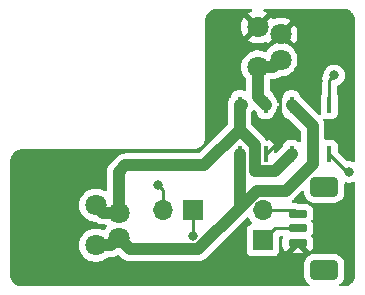
<source format=gbr>
%TF.GenerationSoftware,KiCad,Pcbnew,7.0.6*%
%TF.CreationDate,2024-04-06T17:48:28-04:00*%
%TF.ProjectId,rearbox_peripheral_io_side,72656172-626f-4785-9f70-657269706865,rev?*%
%TF.SameCoordinates,Original*%
%TF.FileFunction,Copper,L1,Top*%
%TF.FilePolarity,Positive*%
%FSLAX46Y46*%
G04 Gerber Fmt 4.6, Leading zero omitted, Abs format (unit mm)*
G04 Created by KiCad (PCBNEW 7.0.6) date 2024-04-06 17:48:28*
%MOMM*%
%LPD*%
G01*
G04 APERTURE LIST*
G04 Aperture macros list*
%AMRoundRect*
0 Rectangle with rounded corners*
0 $1 Rounding radius*
0 $2 $3 $4 $5 $6 $7 $8 $9 X,Y pos of 4 corners*
0 Add a 4 corners polygon primitive as box body*
4,1,4,$2,$3,$4,$5,$6,$7,$8,$9,$2,$3,0*
0 Add four circle primitives for the rounded corners*
1,1,$1+$1,$2,$3*
1,1,$1+$1,$4,$5*
1,1,$1+$1,$6,$7*
1,1,$1+$1,$8,$9*
0 Add four rect primitives between the rounded corners*
20,1,$1+$1,$2,$3,$4,$5,0*
20,1,$1+$1,$4,$5,$6,$7,0*
20,1,$1+$1,$6,$7,$8,$9,0*
20,1,$1+$1,$8,$9,$2,$3,0*%
G04 Aperture macros list end*
%TA.AperFunction,ComponentPad*%
%ADD10R,1.700000X1.700000*%
%TD*%
%TA.AperFunction,ComponentPad*%
%ADD11O,1.700000X1.700000*%
%TD*%
%TA.AperFunction,ComponentPad*%
%ADD12C,1.800000*%
%TD*%
%TA.AperFunction,SMDPad,CuDef*%
%ADD13R,0.406400X1.397000*%
%TD*%
%TA.AperFunction,SMDPad,CuDef*%
%ADD14RoundRect,0.425000X-0.775000X0.425000X-0.775000X-0.425000X0.775000X-0.425000X0.775000X0.425000X0*%
%TD*%
%TA.AperFunction,SMDPad,CuDef*%
%ADD15RoundRect,0.150000X-0.650000X0.150000X-0.650000X-0.150000X0.650000X-0.150000X0.650000X0.150000X0*%
%TD*%
%TA.AperFunction,ViaPad*%
%ADD16C,0.800000*%
%TD*%
%TA.AperFunction,Conductor*%
%ADD17C,0.250000*%
%TD*%
%TA.AperFunction,Conductor*%
%ADD18C,1.000000*%
%TD*%
G04 APERTURE END LIST*
D10*
%TO.P,J6,1,Pin_1*%
%TO.N,Net-(J6-Pin_1)*%
X98404600Y-80213200D03*
D11*
%TO.P,J6,2,Pin_2*%
%TO.N,Net-(J6-Pin_2)*%
X95864600Y-80213200D03*
%TD*%
D12*
%TO.P,J3,1,Pin_1*%
%TO.N,M+*%
X90195601Y-83231274D03*
%TO.P,J3,2,Pin_2*%
X92145600Y-82606180D03*
%TO.P,J3,3,Pin_3*%
%TO.N,M-*%
X90195601Y-79831230D03*
%TO.P,J3,4,Pin_4*%
X92145600Y-80456253D03*
%TD*%
D10*
%TO.P,J4,1,Pin_1*%
%TO.N,D2*%
X104343200Y-82804000D03*
D11*
%TO.P,J4,2,Pin_2*%
%TO.N,D1*%
X104343200Y-80264000D03*
%TD*%
D13*
%TO.P,K1,1,1*%
%TO.N,Net-(J6-Pin_2)*%
X109975800Y-71319300D03*
%TO.P,K1,2,2*%
%TO.N,M+*%
X106775801Y-71319300D03*
%TO.P,K1,3,3*%
%TO.N,12v*%
X104575800Y-71319300D03*
%TO.P,K1,4,4*%
%TO.N,M-*%
X102375802Y-71319300D03*
%TO.P,K1,5,5*%
%TO.N,M+*%
X102375802Y-75510300D03*
%TO.P,K1,6,6*%
%TO.N,GND*%
X104575800Y-75510300D03*
%TO.P,K1,7,7*%
%TO.N,M-*%
X106775801Y-75510300D03*
%TO.P,K1,8,8*%
%TO.N,Net-(J6-Pin_1)*%
X109975800Y-75510300D03*
%TD*%
D14*
%TO.P,J1,*%
%TO.N,*%
X109554300Y-78299700D03*
X109554300Y-85299700D03*
D15*
%TO.P,J1,1,Pin_1*%
%TO.N,GND*%
X107304300Y-83049700D03*
%TO.P,J1,2,Pin_2*%
%TO.N,D2*%
X107304300Y-81799700D03*
%TO.P,J1,3,Pin_3*%
%TO.N,D1*%
X107304300Y-80549700D03*
%TD*%
D12*
%TO.P,J2,1,Pin_1*%
%TO.N,12v*%
X103925601Y-68126132D03*
%TO.P,J2,2,Pin_2*%
X105875600Y-67501038D03*
%TO.P,J2,3,Pin_3*%
%TO.N,GND*%
X103925601Y-64726088D03*
%TO.P,J2,4,Pin_4*%
X105875600Y-65351111D03*
%TD*%
D16*
%TO.N,GND*%
X105765600Y-70053200D03*
X85496400Y-80619600D03*
X100685600Y-86106000D03*
X109321600Y-65836800D03*
X85394800Y-78536800D03*
X109016800Y-69342000D03*
X94945200Y-86106000D03*
%TO.N,Net-(J6-Pin_1)*%
X98399600Y-82448400D03*
X111658400Y-77012800D03*
%TO.N,Net-(J6-Pin_2)*%
X95453200Y-78130400D03*
X110388400Y-68834000D03*
%TD*%
D17*
%TO.N,GND*%
X105765600Y-74320500D02*
X105765600Y-70053200D01*
X104575800Y-75510300D02*
X105765600Y-74320500D01*
D18*
%TO.N,M-*%
X105377301Y-76908800D02*
X106775801Y-75510300D01*
X103672600Y-74739796D02*
X103672600Y-76908800D01*
X103672600Y-76908800D02*
X105377301Y-76908800D01*
X102375802Y-73442998D02*
X103672600Y-74739796D01*
%TO.N,M+*%
X106273600Y-78587600D02*
X108559600Y-76301600D01*
X103827568Y-78587600D02*
X106273600Y-78587600D01*
X108559600Y-73103099D02*
X106775801Y-71319300D01*
X102375802Y-80039366D02*
X103827568Y-78587600D01*
X108559600Y-76301600D02*
X108559600Y-73103099D01*
X102375802Y-80046998D02*
X102375802Y-80039366D01*
%TO.N,12v*%
X105250506Y-68126132D02*
X105875600Y-67501038D01*
X103925601Y-68126132D02*
X103925601Y-70669101D01*
X103925601Y-70669101D02*
X104575800Y-71319300D01*
X103925601Y-68126132D02*
X105250506Y-68126132D01*
%TO.N,M+*%
X93087820Y-83548400D02*
X98874400Y-83548400D01*
X98874400Y-83548400D02*
X102375802Y-80046998D01*
X92145600Y-82606180D02*
X93087820Y-83548400D01*
X102375802Y-80046998D02*
X102375802Y-75510300D01*
X90195601Y-83231274D02*
X91520506Y-83231274D01*
X91520506Y-83231274D02*
X92145600Y-82606180D01*
%TO.N,M-*%
X92715398Y-76454000D02*
X99364800Y-76454000D01*
X102375802Y-71319300D02*
X102584801Y-71319300D01*
X92145600Y-77023798D02*
X92715398Y-76454000D01*
X92145600Y-80456253D02*
X92145600Y-77023798D01*
X90820624Y-80456253D02*
X90195601Y-79831230D01*
X102375802Y-73442998D02*
X102375802Y-71319300D01*
X99364800Y-76454000D02*
X102375802Y-73442998D01*
X92145600Y-80456253D02*
X90820624Y-80456253D01*
D17*
%TO.N,D2*%
X105347500Y-81799700D02*
X107304300Y-81799700D01*
X104343200Y-82804000D02*
X105347500Y-81799700D01*
%TO.N,D1*%
X104343200Y-80264000D02*
X107018600Y-80264000D01*
X107018600Y-80264000D02*
X107304300Y-80549700D01*
%TO.N,Net-(J6-Pin_1)*%
X98399600Y-82448400D02*
X98399600Y-80218200D01*
X98399600Y-80218200D02*
X98404600Y-80213200D01*
X111658400Y-77012800D02*
X111478300Y-77012800D01*
X111478300Y-77012800D02*
X109975800Y-75510300D01*
%TO.N,Net-(J6-Pin_2)*%
X95864600Y-78541800D02*
X95453200Y-78130400D01*
X109975800Y-69246600D02*
X109975800Y-71319300D01*
X110388400Y-68834000D02*
X109975800Y-69246600D01*
X95864600Y-80213200D02*
X95864600Y-78541800D01*
%TD*%
%TA.AperFunction,Conductor*%
%TO.N,GND*%
G36*
X103395736Y-63215385D02*
G01*
X103441491Y-63268189D01*
X103451435Y-63337347D01*
X103422410Y-63400903D01*
X103368959Y-63436981D01*
X103361310Y-63439606D01*
X103361299Y-63439611D01*
X103157245Y-63550040D01*
X103126801Y-63573734D01*
X103126801Y-63573735D01*
X103716380Y-64163314D01*
X103623013Y-64201989D01*
X103497676Y-64298163D01*
X103401502Y-64423499D01*
X103362827Y-64516867D01*
X102774413Y-63928453D01*
X102690117Y-64057479D01*
X102690115Y-64057483D01*
X102596918Y-64269952D01*
X102539962Y-64494869D01*
X102520802Y-64726082D01*
X102520802Y-64726093D01*
X102539962Y-64957306D01*
X102596918Y-65182223D01*
X102690117Y-65394697D01*
X102774412Y-65523721D01*
X103362827Y-64935307D01*
X103401502Y-65028676D01*
X103497676Y-65154013D01*
X103623013Y-65250187D01*
X103716380Y-65288860D01*
X103126800Y-65878439D01*
X103157251Y-65902138D01*
X103361298Y-66012564D01*
X103361307Y-66012567D01*
X103580740Y-66087899D01*
X103809594Y-66126088D01*
X104041608Y-66126088D01*
X104270461Y-66087899D01*
X104489896Y-66012567D01*
X104497027Y-66008708D01*
X104565355Y-65994110D01*
X104630728Y-66018769D01*
X104659859Y-66049939D01*
X104724411Y-66148744D01*
X105312826Y-65560330D01*
X105351501Y-65653699D01*
X105447675Y-65779036D01*
X105573012Y-65875210D01*
X105666379Y-65913883D01*
X105415233Y-66165029D01*
X105367817Y-66194629D01*
X105311098Y-66214101D01*
X105311095Y-66214102D01*
X105106971Y-66324569D01*
X105106965Y-66324573D01*
X104923822Y-66467119D01*
X104923819Y-66467122D01*
X104766618Y-66637888D01*
X104659658Y-66801604D01*
X104606511Y-66846960D01*
X104537280Y-66856384D01*
X104496831Y-66842837D01*
X104492971Y-66840747D01*
X104490103Y-66839195D01*
X104490096Y-66839193D01*
X104270585Y-66763834D01*
X104098883Y-66735182D01*
X104041650Y-66725632D01*
X103809552Y-66725632D01*
X103763765Y-66733272D01*
X103580616Y-66763834D01*
X103361105Y-66839193D01*
X103361096Y-66839196D01*
X103156972Y-66949663D01*
X103156966Y-66949667D01*
X102973823Y-67092213D01*
X102973820Y-67092216D01*
X102816617Y-67262984D01*
X102689676Y-67457283D01*
X102596443Y-67669831D01*
X102539467Y-67894823D01*
X102539465Y-67894834D01*
X102520300Y-68126125D01*
X102520300Y-68126138D01*
X102539465Y-68357429D01*
X102539467Y-68357440D01*
X102596443Y-68582432D01*
X102689676Y-68794980D01*
X102816617Y-68989279D01*
X102816620Y-68989283D01*
X102816622Y-68989285D01*
X102892332Y-69071528D01*
X102923253Y-69134181D01*
X102925101Y-69155509D01*
X102925101Y-70037113D01*
X102905416Y-70104152D01*
X102852612Y-70149907D01*
X102783454Y-70159851D01*
X102757769Y-70153295D01*
X102686490Y-70126710D01*
X102686486Y-70126709D01*
X102686485Y-70126709D01*
X102626875Y-70120300D01*
X102626865Y-70120300D01*
X102124731Y-70120300D01*
X102124725Y-70120301D01*
X102065118Y-70126708D01*
X101930273Y-70177002D01*
X101930266Y-70177006D01*
X101815057Y-70263252D01*
X101815054Y-70263255D01*
X101728808Y-70378464D01*
X101728804Y-70378471D01*
X101678510Y-70513316D01*
X101673236Y-70562372D01*
X101648003Y-70625017D01*
X101637050Y-70639167D01*
X101624433Y-70653132D01*
X101612751Y-70664238D01*
X101612750Y-70664239D01*
X101570017Y-70725635D01*
X101568158Y-70728165D01*
X101522352Y-70787343D01*
X101515254Y-70801813D01*
X101505709Y-70818028D01*
X101496508Y-70831248D01*
X101496507Y-70831249D01*
X101467001Y-70900004D01*
X101465690Y-70902856D01*
X101432741Y-70970029D01*
X101432740Y-70970033D01*
X101428703Y-70985624D01*
X101422617Y-71003429D01*
X101416263Y-71018237D01*
X101401201Y-71091525D01*
X101400491Y-71094585D01*
X101381738Y-71167016D01*
X101380921Y-71183111D01*
X101378545Y-71201774D01*
X101375301Y-71217560D01*
X101375302Y-71292370D01*
X101375222Y-71295510D01*
X101371433Y-71370235D01*
X101371433Y-71370236D01*
X101373872Y-71386157D01*
X101375302Y-71404933D01*
X101375302Y-72977215D01*
X101355617Y-73044254D01*
X101338983Y-73064896D01*
X98986699Y-75417181D01*
X98925376Y-75450666D01*
X98899018Y-75453500D01*
X92728097Y-75453500D01*
X92639037Y-75451242D01*
X92639033Y-75451242D01*
X92587221Y-75460529D01*
X92578652Y-75462064D01*
X92573993Y-75462718D01*
X92512962Y-75468925D01*
X92512960Y-75468926D01*
X92480178Y-75479210D01*
X92472554Y-75481081D01*
X92464706Y-75482488D01*
X92438747Y-75487141D01*
X92381779Y-75509895D01*
X92377343Y-75511474D01*
X92318812Y-75529840D01*
X92318808Y-75529842D01*
X92288776Y-75546510D01*
X92281682Y-75549879D01*
X92249780Y-75562623D01*
X92249775Y-75562625D01*
X92198554Y-75596381D01*
X92194526Y-75598822D01*
X92140899Y-75628588D01*
X92114832Y-75650965D01*
X92108563Y-75655692D01*
X92079882Y-75674595D01*
X92079876Y-75674600D01*
X92036508Y-75717967D01*
X92033054Y-75721168D01*
X91986500Y-75761136D01*
X91965474Y-75788298D01*
X91960283Y-75794192D01*
X91447131Y-76307345D01*
X91382546Y-76368740D01*
X91347499Y-76419092D01*
X91344662Y-76422854D01*
X91305902Y-76470390D01*
X91305899Y-76470395D01*
X91289992Y-76500845D01*
X91285924Y-76507559D01*
X91266302Y-76535752D01*
X91242109Y-76592128D01*
X91240088Y-76596382D01*
X91211691Y-76650749D01*
X91211690Y-76650750D01*
X91202240Y-76683773D01*
X91199607Y-76691169D01*
X91186059Y-76722741D01*
X91173713Y-76782817D01*
X91172590Y-76787393D01*
X91155713Y-76846375D01*
X91155713Y-76846377D01*
X91153103Y-76880639D01*
X91152014Y-76888406D01*
X91148734Y-76904373D01*
X91145100Y-76922056D01*
X91145100Y-76983395D01*
X91144921Y-76988104D01*
X91140262Y-77049272D01*
X91142307Y-77065325D01*
X91144603Y-77083358D01*
X91145100Y-77091186D01*
X91145100Y-78544544D01*
X91125415Y-78611583D01*
X91072611Y-78657338D01*
X91003453Y-78667282D01*
X90962083Y-78653599D01*
X90760110Y-78544297D01*
X90760107Y-78544296D01*
X90760104Y-78544294D01*
X90760098Y-78544292D01*
X90760096Y-78544291D01*
X90540585Y-78468932D01*
X90368882Y-78440280D01*
X90311650Y-78430730D01*
X90079552Y-78430730D01*
X90033765Y-78438370D01*
X89850616Y-78468932D01*
X89631105Y-78544291D01*
X89631096Y-78544294D01*
X89426972Y-78654761D01*
X89426966Y-78654765D01*
X89243823Y-78797311D01*
X89243820Y-78797314D01*
X89243817Y-78797316D01*
X89243817Y-78797317D01*
X89184868Y-78861351D01*
X89086617Y-78968082D01*
X88959676Y-79162381D01*
X88866443Y-79374929D01*
X88809467Y-79599921D01*
X88809465Y-79599932D01*
X88790300Y-79831223D01*
X88790300Y-79831236D01*
X88809465Y-80062527D01*
X88809467Y-80062538D01*
X88866443Y-80287530D01*
X88959676Y-80500078D01*
X89086617Y-80694377D01*
X89086620Y-80694381D01*
X89086622Y-80694383D01*
X89243817Y-80865143D01*
X89243820Y-80865145D01*
X89243823Y-80865148D01*
X89426966Y-81007694D01*
X89426972Y-81007698D01*
X89426975Y-81007700D01*
X89631098Y-81118166D01*
X89681302Y-81135401D01*
X89850616Y-81193527D01*
X89850618Y-81193527D01*
X89850620Y-81193528D01*
X90079552Y-81231730D01*
X90144311Y-81231730D01*
X90211350Y-81251415D01*
X90222665Y-81259623D01*
X90267217Y-81295951D01*
X90297669Y-81311857D01*
X90304380Y-81315924D01*
X90309373Y-81319399D01*
X90332575Y-81335548D01*
X90388953Y-81359742D01*
X90393202Y-81361760D01*
X90447575Y-81390162D01*
X90475113Y-81398041D01*
X90480598Y-81399611D01*
X90487992Y-81402243D01*
X90519566Y-81415793D01*
X90519569Y-81415793D01*
X90519570Y-81415794D01*
X90579646Y-81428140D01*
X90584224Y-81429263D01*
X90598125Y-81433240D01*
X90643206Y-81446140D01*
X90677463Y-81448748D01*
X90685238Y-81449839D01*
X90718879Y-81456753D01*
X90718883Y-81456753D01*
X90780222Y-81456753D01*
X90784928Y-81456931D01*
X90819686Y-81459578D01*
X90846099Y-81461590D01*
X90846099Y-81461589D01*
X90846100Y-81461590D01*
X90880183Y-81457249D01*
X90888013Y-81456753D01*
X91017463Y-81456753D01*
X91084502Y-81476438D01*
X91130257Y-81529242D01*
X91140201Y-81598400D01*
X91111176Y-81661956D01*
X91108693Y-81664735D01*
X91036621Y-81743027D01*
X90929658Y-81906746D01*
X90876511Y-81952102D01*
X90807280Y-81961526D01*
X90766831Y-81947979D01*
X90762971Y-81945889D01*
X90760103Y-81944337D01*
X90760096Y-81944335D01*
X90540585Y-81868976D01*
X90368882Y-81840324D01*
X90311650Y-81830774D01*
X90079552Y-81830774D01*
X90033765Y-81838414D01*
X89850616Y-81868976D01*
X89631105Y-81944335D01*
X89631096Y-81944338D01*
X89426972Y-82054805D01*
X89426966Y-82054809D01*
X89243823Y-82197355D01*
X89243820Y-82197358D01*
X89243817Y-82197360D01*
X89243817Y-82197361D01*
X89232094Y-82210096D01*
X89086617Y-82368126D01*
X88959676Y-82562425D01*
X88866443Y-82774973D01*
X88809467Y-82999965D01*
X88809465Y-82999976D01*
X88790300Y-83231267D01*
X88790300Y-83231280D01*
X88809465Y-83462571D01*
X88809467Y-83462582D01*
X88866443Y-83687574D01*
X88959676Y-83900122D01*
X89086617Y-84094421D01*
X89086620Y-84094425D01*
X89086622Y-84094427D01*
X89243817Y-84265187D01*
X89243820Y-84265189D01*
X89243823Y-84265192D01*
X89426966Y-84407738D01*
X89426972Y-84407742D01*
X89426975Y-84407744D01*
X89631098Y-84518210D01*
X89734585Y-84553737D01*
X89850616Y-84593571D01*
X89850618Y-84593571D01*
X89850620Y-84593572D01*
X90079552Y-84631774D01*
X90079553Y-84631774D01*
X90311649Y-84631774D01*
X90311650Y-84631774D01*
X90540582Y-84593572D01*
X90760104Y-84518210D01*
X90964227Y-84407744D01*
X91147385Y-84265187D01*
X91147401Y-84265169D01*
X91148080Y-84264546D01*
X91148428Y-84264374D01*
X91151431Y-84262037D01*
X91151911Y-84262654D01*
X91210734Y-84233622D01*
X91232065Y-84231774D01*
X91507790Y-84231774D01*
X91596864Y-84234031D01*
X91596864Y-84234030D01*
X91596869Y-84234031D01*
X91657259Y-84223206D01*
X91661918Y-84222554D01*
X91704113Y-84218262D01*
X91722944Y-84216348D01*
X91755733Y-84206060D01*
X91763346Y-84204192D01*
X91797159Y-84198132D01*
X91854127Y-84175375D01*
X91858559Y-84173798D01*
X91917094Y-84155433D01*
X91947133Y-84138758D01*
X91954214Y-84135396D01*
X91986123Y-84122651D01*
X92037371Y-84088874D01*
X92041353Y-84086463D01*
X92068679Y-84071296D01*
X92136844Y-84055974D01*
X92202476Y-84079938D01*
X92216527Y-84092028D01*
X92371386Y-84246887D01*
X92432761Y-84311453D01*
X92432764Y-84311455D01*
X92432767Y-84311458D01*
X92456249Y-84327801D01*
X92483115Y-84346500D01*
X92486870Y-84349332D01*
X92534413Y-84388098D01*
X92564865Y-84404004D01*
X92571576Y-84408071D01*
X92599771Y-84427695D01*
X92656152Y-84451890D01*
X92660387Y-84453901D01*
X92714771Y-84482309D01*
X92747793Y-84491756D01*
X92755185Y-84494389D01*
X92786760Y-84507939D01*
X92786761Y-84507940D01*
X92799874Y-84510634D01*
X92846875Y-84520292D01*
X92851415Y-84521406D01*
X92910402Y-84538286D01*
X92944661Y-84540894D01*
X92952429Y-84541985D01*
X92986075Y-84548900D01*
X92986079Y-84548900D01*
X93047421Y-84548900D01*
X93052128Y-84549078D01*
X93079417Y-84551157D01*
X93113295Y-84553737D01*
X93113295Y-84553736D01*
X93113296Y-84553737D01*
X93147379Y-84549396D01*
X93155209Y-84548900D01*
X98861684Y-84548900D01*
X98950758Y-84551157D01*
X98950758Y-84551156D01*
X98950763Y-84551157D01*
X99011153Y-84540332D01*
X99015812Y-84539680D01*
X99058007Y-84535388D01*
X99076838Y-84533474D01*
X99109627Y-84523186D01*
X99117240Y-84521318D01*
X99151053Y-84515258D01*
X99208021Y-84492501D01*
X99212453Y-84490924D01*
X99270988Y-84472559D01*
X99301027Y-84455884D01*
X99308108Y-84452522D01*
X99340017Y-84439777D01*
X99391254Y-84406008D01*
X99395251Y-84403587D01*
X99448902Y-84373809D01*
X99474968Y-84351430D01*
X99481243Y-84346700D01*
X99481556Y-84346494D01*
X99509919Y-84327802D01*
X99553292Y-84284427D01*
X99556750Y-84281223D01*
X99575424Y-84265192D01*
X99603295Y-84241266D01*
X99624328Y-84214091D01*
X99629498Y-84208221D01*
X102957039Y-80880679D01*
X103018360Y-80847196D01*
X103088052Y-80852180D01*
X103143985Y-80894052D01*
X103157100Y-80915957D01*
X103169164Y-80941829D01*
X103169165Y-80941831D01*
X103232690Y-81032553D01*
X103300761Y-81129769D01*
X103304701Y-81135395D01*
X103304706Y-81135402D01*
X103426630Y-81257326D01*
X103460115Y-81318649D01*
X103455131Y-81388341D01*
X103413259Y-81444274D01*
X103382283Y-81461189D01*
X103250869Y-81510203D01*
X103250864Y-81510206D01*
X103135655Y-81596452D01*
X103135652Y-81596455D01*
X103049406Y-81711664D01*
X103049402Y-81711671D01*
X102999108Y-81846517D01*
X102992701Y-81906116D01*
X102992700Y-81906135D01*
X102992700Y-83701870D01*
X102992701Y-83701876D01*
X102999108Y-83761483D01*
X103049402Y-83896328D01*
X103049406Y-83896335D01*
X103135652Y-84011544D01*
X103135655Y-84011547D01*
X103250864Y-84097793D01*
X103250871Y-84097797D01*
X103385717Y-84148091D01*
X103385716Y-84148091D01*
X103392644Y-84148835D01*
X103445327Y-84154500D01*
X105241072Y-84154499D01*
X105300683Y-84148091D01*
X105435531Y-84097796D01*
X105550746Y-84011546D01*
X105636996Y-83896331D01*
X105654389Y-83849699D01*
X106857853Y-83849699D01*
X106857854Y-83849700D01*
X107750746Y-83849700D01*
X107750746Y-83849699D01*
X107304301Y-83403253D01*
X107304299Y-83403253D01*
X106857853Y-83849699D01*
X105654389Y-83849699D01*
X105687291Y-83761483D01*
X105693700Y-83701873D01*
X105693699Y-82549199D01*
X105713384Y-82482161D01*
X105766187Y-82436406D01*
X105817699Y-82425200D01*
X105962361Y-82425200D01*
X106029400Y-82444885D01*
X106075155Y-82497689D01*
X106085099Y-82566847D01*
X106069093Y-82612321D01*
X106053017Y-82639503D01*
X106053016Y-82639506D01*
X106007200Y-82797204D01*
X106007199Y-82797210D01*
X106004300Y-82834056D01*
X106004300Y-83265344D01*
X106007199Y-83302189D01*
X106007200Y-83302195D01*
X106053016Y-83459893D01*
X106053017Y-83459896D01*
X106136614Y-83601252D01*
X106136621Y-83601261D01*
X106252736Y-83717376D01*
X106252742Y-83717381D01*
X106271797Y-83728649D01*
X107216619Y-82783828D01*
X107277942Y-82750343D01*
X107347634Y-82755327D01*
X107391981Y-82783828D01*
X108336802Y-83728649D01*
X108336803Y-83728649D01*
X108355853Y-83717384D01*
X108471981Y-83601257D01*
X108471985Y-83601252D01*
X108555582Y-83459896D01*
X108555583Y-83459893D01*
X108601399Y-83302195D01*
X108601400Y-83302189D01*
X108604300Y-83265344D01*
X108604300Y-82834056D01*
X108601400Y-82797210D01*
X108601399Y-82797204D01*
X108555583Y-82639506D01*
X108555582Y-82639503D01*
X108468012Y-82491429D01*
X108470015Y-82490244D01*
X108448748Y-82436059D01*
X108462436Y-82367543D01*
X108468623Y-82357919D01*
X108472381Y-82351565D01*
X108556044Y-82210098D01*
X108601898Y-82052269D01*
X108604800Y-82015394D01*
X108604800Y-81584006D01*
X108601898Y-81547131D01*
X108597274Y-81531216D01*
X108556294Y-81390162D01*
X108556044Y-81389302D01*
X108472381Y-81247835D01*
X108468410Y-81241120D01*
X108470387Y-81239950D01*
X108449070Y-81185688D01*
X108462736Y-81117168D01*
X108468437Y-81108296D01*
X108468410Y-81108280D01*
X108488338Y-81074583D01*
X108556044Y-80960098D01*
X108601898Y-80802269D01*
X108604800Y-80765394D01*
X108604800Y-80334006D01*
X108601898Y-80297131D01*
X108556044Y-80139302D01*
X108472381Y-79997835D01*
X108472379Y-79997833D01*
X108472376Y-79997829D01*
X108356170Y-79881623D01*
X108356162Y-79881617D01*
X108214696Y-79797955D01*
X108214693Y-79797954D01*
X108056873Y-79752102D01*
X108056867Y-79752101D01*
X108019996Y-79749200D01*
X108019994Y-79749200D01*
X107417924Y-79749200D01*
X107350885Y-79729515D01*
X107341922Y-79723178D01*
X107339533Y-79721325D01*
X107296768Y-79702818D01*
X107291522Y-79700248D01*
X107250693Y-79677803D01*
X107250692Y-79677802D01*
X107231293Y-79672822D01*
X107212881Y-79666518D01*
X107194498Y-79658562D01*
X107194492Y-79658560D01*
X107148474Y-79651272D01*
X107142752Y-79650087D01*
X107097621Y-79638500D01*
X107097619Y-79638500D01*
X107077584Y-79638500D01*
X107058186Y-79636973D01*
X107050762Y-79635797D01*
X107038405Y-79633840D01*
X107038404Y-79633840D01*
X106992016Y-79638225D01*
X106986178Y-79638500D01*
X106919347Y-79638500D01*
X106852308Y-79618815D01*
X106806553Y-79566011D01*
X106796609Y-79496853D01*
X106825634Y-79433297D01*
X106843463Y-79417264D01*
X106843329Y-79417108D01*
X106874165Y-79390633D01*
X106880443Y-79385900D01*
X106897089Y-79374930D01*
X106909119Y-79367002D01*
X106952492Y-79323627D01*
X106955950Y-79320423D01*
X106961891Y-79315323D01*
X107002495Y-79280466D01*
X107023528Y-79253291D01*
X107028698Y-79247421D01*
X107642119Y-78634001D01*
X107703442Y-78600516D01*
X107773134Y-78605500D01*
X107829067Y-78647372D01*
X107853484Y-78712836D01*
X107853800Y-78721682D01*
X107853800Y-78789480D01*
X107860158Y-78870274D01*
X107860158Y-78870277D01*
X107860159Y-78870278D01*
X107910512Y-79058196D01*
X107998835Y-79231540D01*
X108121268Y-79382732D01*
X108272460Y-79505165D01*
X108445804Y-79593488D01*
X108633722Y-79643841D01*
X108682202Y-79647656D01*
X108714520Y-79650200D01*
X108714522Y-79650200D01*
X110394080Y-79650200D01*
X110421011Y-79648080D01*
X110474878Y-79643841D01*
X110662796Y-79593488D01*
X110836140Y-79505165D01*
X110987332Y-79382732D01*
X111109765Y-79231540D01*
X111198088Y-79058196D01*
X111248441Y-78870278D01*
X111254800Y-78789478D01*
X111254799Y-78000755D01*
X111274483Y-77933717D01*
X111327287Y-77887962D01*
X111396446Y-77878018D01*
X111404556Y-77879461D01*
X111563754Y-77913300D01*
X111563755Y-77913300D01*
X111753044Y-77913300D01*
X111753046Y-77913300D01*
X111938203Y-77873944D01*
X111991462Y-77850230D01*
X112060712Y-77840945D01*
X112123989Y-77870573D01*
X112161203Y-77929708D01*
X112165899Y-77963510D01*
X112165899Y-85712888D01*
X112165663Y-85718294D01*
X112161923Y-85761044D01*
X112149482Y-85887360D01*
X112145854Y-85907299D01*
X112128001Y-85973930D01*
X112099718Y-86067163D01*
X112093440Y-86083571D01*
X112062014Y-86150967D01*
X112060501Y-86153993D01*
X112015636Y-86237927D01*
X112011741Y-86244267D01*
X111965415Y-86310428D01*
X111962554Y-86314200D01*
X111903295Y-86386408D01*
X111899206Y-86390920D01*
X111841720Y-86448406D01*
X111837208Y-86452495D01*
X111765000Y-86511754D01*
X111761228Y-86514615D01*
X111695067Y-86560941D01*
X111688727Y-86564836D01*
X111604793Y-86609701D01*
X111601767Y-86611214D01*
X111534371Y-86642640D01*
X111517963Y-86648918D01*
X111424730Y-86677201D01*
X111358099Y-86695054D01*
X111338160Y-86698682D01*
X111211845Y-86711123D01*
X111171189Y-86714680D01*
X111169096Y-86714864D01*
X111163690Y-86715100D01*
X110927057Y-86715100D01*
X110860018Y-86695415D01*
X110814263Y-86642611D01*
X110804319Y-86573453D01*
X110833344Y-86509897D01*
X110849021Y-86494734D01*
X110865659Y-86481261D01*
X110987332Y-86382732D01*
X111109765Y-86231540D01*
X111198088Y-86058196D01*
X111248441Y-85870278D01*
X111252680Y-85816411D01*
X111254800Y-85789480D01*
X111254800Y-84809920D01*
X111248441Y-84729125D01*
X111248441Y-84729122D01*
X111198088Y-84541204D01*
X111109765Y-84367860D01*
X110987332Y-84216668D01*
X110836140Y-84094235D01*
X110662796Y-84005912D01*
X110474878Y-83955559D01*
X110474877Y-83955558D01*
X110474874Y-83955558D01*
X110394080Y-83949200D01*
X110394078Y-83949200D01*
X108714522Y-83949200D01*
X108714520Y-83949200D01*
X108633725Y-83955558D01*
X108445804Y-84005912D01*
X108272461Y-84094234D01*
X108121268Y-84216668D01*
X107998834Y-84367861D01*
X107910512Y-84541204D01*
X107860158Y-84729125D01*
X107853800Y-84809920D01*
X107853800Y-85789480D01*
X107860158Y-85870274D01*
X107860158Y-85870277D01*
X107860159Y-85870278D01*
X107910512Y-86058196D01*
X107998835Y-86231540D01*
X108121268Y-86382732D01*
X108242941Y-86481261D01*
X108259579Y-86494734D01*
X108299290Y-86552221D01*
X108301618Y-86622052D01*
X108265822Y-86682056D01*
X108203269Y-86713182D01*
X108181543Y-86715100D01*
X83959110Y-86715100D01*
X83953703Y-86714864D01*
X83951415Y-86714663D01*
X83910954Y-86711123D01*
X83784638Y-86698682D01*
X83764699Y-86695054D01*
X83698069Y-86677201D01*
X83604835Y-86648919D01*
X83588427Y-86642640D01*
X83539833Y-86619981D01*
X83521018Y-86611207D01*
X83518005Y-86609701D01*
X83434071Y-86564836D01*
X83427731Y-86560941D01*
X83361570Y-86514615D01*
X83357798Y-86511754D01*
X83285590Y-86452495D01*
X83281088Y-86448415D01*
X83223582Y-86390909D01*
X83219503Y-86386408D01*
X83216485Y-86382731D01*
X83160244Y-86314200D01*
X83157383Y-86310428D01*
X83111057Y-86244267D01*
X83107162Y-86237927D01*
X83082382Y-86191569D01*
X83062288Y-86153975D01*
X83060806Y-86151011D01*
X83029358Y-86083571D01*
X83023082Y-86067170D01*
X82994798Y-85973930D01*
X82976941Y-85907285D01*
X82973318Y-85887371D01*
X82960882Y-85761119D01*
X82957136Y-85718294D01*
X82956900Y-85712893D01*
X82956900Y-76085104D01*
X82957136Y-76079698D01*
X82957976Y-76070099D01*
X82960882Y-76036879D01*
X82973318Y-75910621D01*
X82976942Y-75890709D01*
X82994802Y-75824053D01*
X83023083Y-75730824D01*
X83029353Y-75714437D01*
X83060820Y-75646958D01*
X83062272Y-75644053D01*
X83107164Y-75560066D01*
X83111057Y-75553731D01*
X83157394Y-75487555D01*
X83160227Y-75483820D01*
X83219522Y-75411568D01*
X83223562Y-75407110D01*
X83281110Y-75349562D01*
X83285568Y-75345522D01*
X83357820Y-75286227D01*
X83361555Y-75283394D01*
X83427734Y-75237054D01*
X83434066Y-75233164D01*
X83518053Y-75188272D01*
X83520958Y-75186820D01*
X83588437Y-75155353D01*
X83604824Y-75149083D01*
X83698053Y-75120802D01*
X83764709Y-75102942D01*
X83784623Y-75099318D01*
X83910942Y-75086877D01*
X83953705Y-75083135D01*
X83959106Y-75082900D01*
X98399303Y-75082900D01*
X98414877Y-75087473D01*
X98458278Y-75083199D01*
X98464358Y-75082900D01*
X98553928Y-75082900D01*
X98553932Y-75082900D01*
X98617046Y-75071771D01*
X98628845Y-75073087D01*
X98652017Y-75066058D01*
X98659243Y-75064331D01*
X98726338Y-75052501D01*
X98726343Y-75052499D01*
X98726344Y-75052499D01*
X98765280Y-75038327D01*
X98803989Y-75024237D01*
X98817037Y-75023408D01*
X98832252Y-75015276D01*
X98848293Y-75008112D01*
X98890845Y-74992625D01*
X98975373Y-74943821D01*
X98989709Y-74940343D01*
X99001572Y-74930608D01*
X99018225Y-74919081D01*
X99042455Y-74905092D01*
X99042460Y-74905087D01*
X99046891Y-74901986D01*
X99047155Y-74902364D01*
X99060966Y-74893023D01*
X99064487Y-74891140D01*
X99081057Y-74872700D01*
X99127795Y-74833483D01*
X99142806Y-74826914D01*
X99151375Y-74816473D01*
X99167526Y-74800145D01*
X99176563Y-74792563D01*
X99184145Y-74783526D01*
X99200473Y-74767375D01*
X99205500Y-74763249D01*
X99217481Y-74743798D01*
X99256698Y-74697060D01*
X99271571Y-74687165D01*
X99277023Y-74676966D01*
X99286364Y-74663155D01*
X99285986Y-74662891D01*
X99289087Y-74658461D01*
X99289087Y-74658460D01*
X99289092Y-74658455D01*
X99303081Y-74634225D01*
X99314608Y-74617572D01*
X99320304Y-74610630D01*
X99327822Y-74591373D01*
X99340469Y-74569469D01*
X99376625Y-74506845D01*
X99392112Y-74464293D01*
X99399276Y-74448252D01*
X99404719Y-74438068D01*
X99408238Y-74419989D01*
X99436499Y-74342344D01*
X99436499Y-74342343D01*
X99436501Y-74342338D01*
X99448331Y-74275243D01*
X99450058Y-74268017D01*
X99455566Y-74249859D01*
X99455770Y-74233049D01*
X99466900Y-74169932D01*
X99466900Y-74082400D01*
X99466900Y-74081900D01*
X99466900Y-74080357D01*
X99467199Y-74074278D01*
X99470762Y-74038096D01*
X99466900Y-74015303D01*
X99466900Y-64197905D01*
X99467136Y-64192499D01*
X99470876Y-64149754D01*
X99477442Y-64083088D01*
X99483318Y-64023423D01*
X99486942Y-64003509D01*
X99504802Y-63936853D01*
X99533083Y-63843624D01*
X99539353Y-63827237D01*
X99570820Y-63759758D01*
X99572272Y-63756853D01*
X99617164Y-63672866D01*
X99621057Y-63666531D01*
X99654237Y-63619145D01*
X99667394Y-63600355D01*
X99670227Y-63596620D01*
X99729522Y-63524368D01*
X99733562Y-63519910D01*
X99791110Y-63462362D01*
X99795568Y-63458322D01*
X99867820Y-63399027D01*
X99871555Y-63396194D01*
X99937734Y-63349854D01*
X99944066Y-63345964D01*
X100028053Y-63301072D01*
X100030958Y-63299620D01*
X100098437Y-63268153D01*
X100114824Y-63261883D01*
X100208053Y-63233602D01*
X100274709Y-63215742D01*
X100294623Y-63212118D01*
X100420942Y-63199677D01*
X100463705Y-63195935D01*
X100469106Y-63195700D01*
X103328697Y-63195700D01*
X103395736Y-63215385D01*
G37*
%TD.AperFunction*%
%TA.AperFunction,Conductor*%
G36*
X111169095Y-63195935D02*
G01*
X111211919Y-63199682D01*
X111338171Y-63212118D01*
X111358085Y-63215741D01*
X111424749Y-63233603D01*
X111517970Y-63261882D01*
X111534371Y-63268158D01*
X111535248Y-63268567D01*
X111601811Y-63299606D01*
X111604775Y-63301088D01*
X111642369Y-63321182D01*
X111688727Y-63345962D01*
X111695067Y-63349857D01*
X111761228Y-63396183D01*
X111765000Y-63399044D01*
X111802617Y-63429915D01*
X111814431Y-63439611D01*
X111837208Y-63458303D01*
X111841709Y-63462382D01*
X111899215Y-63519888D01*
X111903295Y-63524390D01*
X111962554Y-63596598D01*
X111965415Y-63600370D01*
X112011741Y-63666531D01*
X112015636Y-63672871D01*
X112060501Y-63756805D01*
X112062014Y-63759831D01*
X112093440Y-63827227D01*
X112099719Y-63843635D01*
X112128001Y-63936869D01*
X112145854Y-64003499D01*
X112149482Y-64023438D01*
X112161923Y-64149755D01*
X112165663Y-64192505D01*
X112165899Y-64197911D01*
X112165899Y-76062089D01*
X112146214Y-76129128D01*
X112093410Y-76174883D01*
X112024252Y-76184827D01*
X111991464Y-76175369D01*
X111938202Y-76151655D01*
X111770787Y-76116071D01*
X111753046Y-76112300D01*
X111563754Y-76112300D01*
X111563752Y-76112300D01*
X111546007Y-76116071D01*
X111476340Y-76110751D01*
X111432551Y-76082460D01*
X110715818Y-75365727D01*
X110682333Y-75304404D01*
X110679499Y-75278046D01*
X110679499Y-74763929D01*
X110679498Y-74763923D01*
X110673091Y-74704316D01*
X110622797Y-74569471D01*
X110622793Y-74569464D01*
X110536547Y-74454255D01*
X110536544Y-74454252D01*
X110421335Y-74368006D01*
X110421328Y-74368002D01*
X110286486Y-74317710D01*
X110286485Y-74317709D01*
X110286483Y-74317709D01*
X110226873Y-74311300D01*
X110226863Y-74311300D01*
X109724729Y-74311300D01*
X109724717Y-74311301D01*
X109697350Y-74314243D01*
X109628590Y-74301835D01*
X109577455Y-74254223D01*
X109560099Y-74190956D01*
X109560100Y-73115814D01*
X109562357Y-73026736D01*
X109551533Y-72966348D01*
X109550880Y-72961686D01*
X109544674Y-72900662D01*
X109544674Y-72900661D01*
X109534384Y-72867867D01*
X109532517Y-72860254D01*
X109526458Y-72826447D01*
X109526458Y-72826446D01*
X109503695Y-72769460D01*
X109502127Y-72765054D01*
X109492967Y-72735859D01*
X109483761Y-72706515D01*
X109483760Y-72706513D01*
X109467092Y-72676484D01*
X109463724Y-72669394D01*
X109458406Y-72656081D01*
X109451820Y-72586523D01*
X109483886Y-72524446D01*
X109544422Y-72489559D01*
X109614210Y-72492939D01*
X109616893Y-72493904D01*
X109665117Y-72511891D01*
X109724727Y-72518300D01*
X110226872Y-72518299D01*
X110286483Y-72511891D01*
X110421331Y-72461596D01*
X110536546Y-72375346D01*
X110622796Y-72260131D01*
X110673091Y-72125283D01*
X110679500Y-72065673D01*
X110679499Y-70572928D01*
X110673091Y-70513317D01*
X110622796Y-70378469D01*
X110622795Y-70378468D01*
X110618546Y-70370686D01*
X110621014Y-70369338D01*
X110601616Y-70317326D01*
X110601300Y-70308482D01*
X110601300Y-69805457D01*
X110620985Y-69738418D01*
X110673789Y-69692663D01*
X110674814Y-69692200D01*
X110841130Y-69618151D01*
X110994271Y-69506888D01*
X111120933Y-69366216D01*
X111215579Y-69202284D01*
X111274074Y-69022256D01*
X111293860Y-68834000D01*
X111274074Y-68645744D01*
X111215579Y-68465716D01*
X111120933Y-68301784D01*
X110994271Y-68161112D01*
X110994270Y-68161111D01*
X110841134Y-68049851D01*
X110841129Y-68049848D01*
X110668207Y-67972857D01*
X110668202Y-67972855D01*
X110522401Y-67941865D01*
X110483046Y-67933500D01*
X110293754Y-67933500D01*
X110261297Y-67940398D01*
X110108597Y-67972855D01*
X110108592Y-67972857D01*
X109935670Y-68049848D01*
X109935665Y-68049851D01*
X109782529Y-68161111D01*
X109655866Y-68301785D01*
X109561221Y-68465715D01*
X109561218Y-68465722D01*
X109538724Y-68534953D01*
X109502726Y-68645744D01*
X109499388Y-68677506D01*
X109484159Y-68822400D01*
X109467167Y-68873235D01*
X109468367Y-68871235D01*
X109456084Y-68893576D01*
X109445410Y-68909826D01*
X109433129Y-68925661D01*
X109433124Y-68925668D01*
X109414615Y-68968438D01*
X109412045Y-68973684D01*
X109389603Y-69014506D01*
X109384622Y-69033907D01*
X109378321Y-69052310D01*
X109370362Y-69070702D01*
X109370361Y-69070705D01*
X109363071Y-69116727D01*
X109361887Y-69122446D01*
X109350301Y-69167572D01*
X109350300Y-69167582D01*
X109350300Y-69187616D01*
X109348773Y-69207015D01*
X109345640Y-69226794D01*
X109345640Y-69226795D01*
X109350025Y-69273183D01*
X109350300Y-69279021D01*
X109350300Y-70308482D01*
X109332175Y-70370206D01*
X109333054Y-70370686D01*
X109330849Y-70374723D01*
X109330615Y-70375521D01*
X109329672Y-70376879D01*
X109328802Y-70378471D01*
X109278508Y-70513317D01*
X109273134Y-70563307D01*
X109272101Y-70572923D01*
X109272100Y-70572935D01*
X109272100Y-72065670D01*
X109272101Y-72065679D01*
X109274883Y-72091558D01*
X109262475Y-72160318D01*
X109214864Y-72211454D01*
X109147164Y-72228731D01*
X109080870Y-72206664D01*
X109063912Y-72192491D01*
X107514667Y-70643246D01*
X107481182Y-70581923D01*
X107479058Y-70568818D01*
X107473092Y-70513316D01*
X107422798Y-70378471D01*
X107422794Y-70378464D01*
X107336548Y-70263255D01*
X107336545Y-70263252D01*
X107221336Y-70177006D01*
X107221329Y-70177002D01*
X107086487Y-70126710D01*
X107086486Y-70126709D01*
X107086484Y-70126709D01*
X107026874Y-70120300D01*
X107026864Y-70120300D01*
X106524730Y-70120300D01*
X106524724Y-70120301D01*
X106465117Y-70126708D01*
X106330272Y-70177002D01*
X106330265Y-70177006D01*
X106215056Y-70263252D01*
X106215053Y-70263255D01*
X106128807Y-70378464D01*
X106128803Y-70378471D01*
X106078509Y-70513316D01*
X106073135Y-70563307D01*
X106046397Y-70627858D01*
X106032982Y-70642053D01*
X106029590Y-70645117D01*
X106029587Y-70645121D01*
X105909154Y-70809128D01*
X105909150Y-70809135D01*
X105824198Y-70994025D01*
X105824195Y-70994035D01*
X105796825Y-71111975D01*
X105762495Y-71172829D01*
X105700715Y-71205462D01*
X105631099Y-71199514D01*
X105575750Y-71156873D01*
X105553980Y-71105818D01*
X105542659Y-71042652D01*
X105542657Y-71042645D01*
X105467177Y-70853683D01*
X105467172Y-70853676D01*
X105467170Y-70853671D01*
X105355203Y-70683782D01*
X105355200Y-70683778D01*
X105314666Y-70643244D01*
X105281181Y-70581921D01*
X105279057Y-70568816D01*
X105273091Y-70513316D01*
X105222797Y-70378471D01*
X105222793Y-70378464D01*
X105136547Y-70263255D01*
X105136544Y-70263252D01*
X105021334Y-70177005D01*
X105021330Y-70177003D01*
X105006764Y-70171570D01*
X104950832Y-70129697D01*
X104926417Y-70064232D01*
X104926101Y-70055390D01*
X104926101Y-69250632D01*
X104945786Y-69183593D01*
X104998590Y-69137838D01*
X105050101Y-69126632D01*
X105237790Y-69126632D01*
X105326864Y-69128889D01*
X105326864Y-69128888D01*
X105326869Y-69128889D01*
X105387259Y-69118064D01*
X105391918Y-69117412D01*
X105434113Y-69113120D01*
X105452944Y-69111206D01*
X105485733Y-69100918D01*
X105493346Y-69099050D01*
X105527159Y-69092990D01*
X105584127Y-69070233D01*
X105588559Y-69068656D01*
X105647094Y-69050291D01*
X105677133Y-69033616D01*
X105684214Y-69030254D01*
X105716123Y-69017509D01*
X105767360Y-68983740D01*
X105771357Y-68981319D01*
X105825008Y-68951541D01*
X105851134Y-68929110D01*
X105857383Y-68924409D01*
X105861133Y-68921938D01*
X105861251Y-68921861D01*
X105928101Y-68901544D01*
X105929273Y-68901538D01*
X105991648Y-68901538D01*
X105991649Y-68901538D01*
X106220581Y-68863336D01*
X106440103Y-68787974D01*
X106644226Y-68677508D01*
X106827384Y-68534951D01*
X106984579Y-68364191D01*
X107111524Y-68169887D01*
X107204757Y-67957338D01*
X107261734Y-67732343D01*
X107280900Y-67501038D01*
X107280900Y-67501031D01*
X107261735Y-67269740D01*
X107261733Y-67269729D01*
X107204757Y-67044737D01*
X107111524Y-66832189D01*
X106984583Y-66637890D01*
X106984580Y-66637887D01*
X106984579Y-66637885D01*
X106827384Y-66467125D01*
X106827379Y-66467121D01*
X106827377Y-66467119D01*
X106644234Y-66324573D01*
X106644228Y-66324569D01*
X106440104Y-66214102D01*
X106440098Y-66214100D01*
X106383382Y-66194629D01*
X106335965Y-66165029D01*
X106084820Y-65913883D01*
X106178188Y-65875210D01*
X106303525Y-65779036D01*
X106399699Y-65653700D01*
X106438372Y-65560331D01*
X107026786Y-66148745D01*
X107111084Y-66019717D01*
X107204282Y-65807246D01*
X107261238Y-65582329D01*
X107280398Y-65351116D01*
X107280398Y-65351105D01*
X107261238Y-65119892D01*
X107204282Y-64894975D01*
X107111083Y-64682501D01*
X107026786Y-64553475D01*
X106438372Y-65141889D01*
X106399699Y-65048523D01*
X106303525Y-64923186D01*
X106178188Y-64827012D01*
X106084819Y-64788337D01*
X106674399Y-64198758D01*
X106643949Y-64175060D01*
X106439902Y-64064634D01*
X106439893Y-64064631D01*
X106220460Y-63989299D01*
X105991607Y-63951111D01*
X105759593Y-63951111D01*
X105530739Y-63989299D01*
X105311306Y-64064631D01*
X105311290Y-64064638D01*
X105304165Y-64068494D01*
X105235836Y-64083088D01*
X105170465Y-64058423D01*
X105141341Y-64027259D01*
X105076787Y-63928452D01*
X104488373Y-64516866D01*
X104449700Y-64423500D01*
X104353526Y-64298163D01*
X104228189Y-64201989D01*
X104134821Y-64163315D01*
X104724400Y-63573736D01*
X104724400Y-63573735D01*
X104693950Y-63550037D01*
X104489903Y-63439611D01*
X104489891Y-63439606D01*
X104482243Y-63436981D01*
X104425227Y-63396596D01*
X104399096Y-63331796D01*
X104412147Y-63263156D01*
X104460236Y-63212469D01*
X104522505Y-63195700D01*
X111163693Y-63195700D01*
X111169095Y-63195935D01*
G37*
%TD.AperFunction*%
%TA.AperFunction,Conductor*%
G36*
X105720498Y-71439083D02*
G01*
X105775848Y-71481723D01*
X105797619Y-71532778D01*
X105808942Y-71595949D01*
X105808943Y-71595953D01*
X105884313Y-71784640D01*
X105884424Y-71784916D01*
X105884430Y-71784928D01*
X105996397Y-71954817D01*
X105996401Y-71954822D01*
X106036934Y-71995355D01*
X106070419Y-72056678D01*
X106072543Y-72069781D01*
X106078510Y-72125283D01*
X106128803Y-72260128D01*
X106128807Y-72260135D01*
X106215053Y-72375344D01*
X106215056Y-72375347D01*
X106330265Y-72461593D01*
X106330272Y-72461597D01*
X106465118Y-72511891D01*
X106465116Y-72511891D01*
X106520622Y-72517859D01*
X106585173Y-72544597D01*
X106595047Y-72553467D01*
X107522781Y-73481201D01*
X107556266Y-73542524D01*
X107559100Y-73568882D01*
X107559100Y-74378990D01*
X107539415Y-74446029D01*
X107486611Y-74491784D01*
X107417453Y-74501728D01*
X107353897Y-74472703D01*
X107339060Y-74456767D01*
X107336545Y-74454252D01*
X107221336Y-74368006D01*
X107221329Y-74368002D01*
X107086487Y-74317710D01*
X107086486Y-74317709D01*
X107086484Y-74317709D01*
X107026874Y-74311300D01*
X107026864Y-74311300D01*
X106524730Y-74311300D01*
X106524724Y-74311301D01*
X106465117Y-74317708D01*
X106330272Y-74368002D01*
X106330265Y-74368006D01*
X106215056Y-74454252D01*
X106215053Y-74454255D01*
X106128807Y-74569464D01*
X106128803Y-74569471D01*
X106078509Y-74704316D01*
X106072542Y-74759820D01*
X106045804Y-74824371D01*
X106036934Y-74834245D01*
X105490681Y-75380499D01*
X105429358Y-75413984D01*
X105359667Y-75409000D01*
X105303733Y-75367129D01*
X105279316Y-75301664D01*
X105279000Y-75292818D01*
X105279000Y-74763972D01*
X105278999Y-74763955D01*
X105272598Y-74704427D01*
X105272596Y-74704420D01*
X105222354Y-74569713D01*
X105222350Y-74569706D01*
X105136190Y-74454612D01*
X105136187Y-74454609D01*
X105021093Y-74368449D01*
X105021086Y-74368445D01*
X104886379Y-74318203D01*
X104886372Y-74318201D01*
X104826844Y-74311800D01*
X104778999Y-74311800D01*
X104769129Y-74321670D01*
X104707806Y-74355154D01*
X104638114Y-74350169D01*
X104582181Y-74308297D01*
X104566295Y-74279984D01*
X104563977Y-74274179D01*
X104530220Y-74222959D01*
X104527780Y-74218930D01*
X104500583Y-74169932D01*
X104498009Y-74165294D01*
X104498007Y-74165291D01*
X104475633Y-74139230D01*
X104470902Y-74132955D01*
X104452002Y-74104277D01*
X104408612Y-74060887D01*
X104405422Y-74057444D01*
X104365467Y-74010902D01*
X104365463Y-74010898D01*
X104338298Y-73989870D01*
X104332403Y-73984678D01*
X103412621Y-73064896D01*
X103379136Y-73003573D01*
X103376302Y-72977215D01*
X103376302Y-71973671D01*
X103395987Y-71906632D01*
X103402246Y-71897769D01*
X103438249Y-71851258D01*
X103445655Y-71836157D01*
X103492848Y-71784640D01*
X103560405Y-71766813D01*
X103626876Y-71788341D01*
X103644664Y-71803085D01*
X103836933Y-71995354D01*
X103870418Y-72056677D01*
X103872542Y-72069780D01*
X103878509Y-72125283D01*
X103928802Y-72260128D01*
X103928806Y-72260135D01*
X104015052Y-72375344D01*
X104015055Y-72375347D01*
X104130264Y-72461593D01*
X104130271Y-72461597D01*
X104175218Y-72478360D01*
X104265117Y-72511891D01*
X104324727Y-72518300D01*
X104826872Y-72518299D01*
X104886483Y-72511891D01*
X105021331Y-72461596D01*
X105136546Y-72375346D01*
X105222796Y-72260131D01*
X105273091Y-72125283D01*
X105278465Y-72075292D01*
X105305204Y-72010741D01*
X105318628Y-71996536D01*
X105322013Y-71993479D01*
X105442449Y-71829467D01*
X105527405Y-71644568D01*
X105554774Y-71526622D01*
X105589102Y-71465771D01*
X105650882Y-71433136D01*
X105720498Y-71439083D01*
G37*
%TD.AperFunction*%
%TD*%
M02*

</source>
